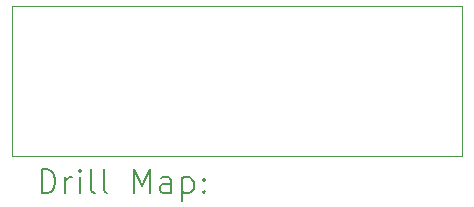
<source format=gbr>
%FSLAX45Y45*%
G04 Gerber Fmt 4.5, Leading zero omitted, Abs format (unit mm)*
G04 Created by KiCad (PCBNEW (6.0.6)) date 2022-08-25 08:17:08*
%MOMM*%
%LPD*%
G01*
G04 APERTURE LIST*
%TA.AperFunction,Profile*%
%ADD10C,0.100000*%
%TD*%
%ADD11C,0.200000*%
G04 APERTURE END LIST*
D10*
X2032000Y-2286000D02*
X5842000Y-2286000D01*
X5842000Y-2286000D02*
X5842000Y-3556000D01*
X5842000Y-3556000D02*
X2032000Y-3556000D01*
X2032000Y-3556000D02*
X2032000Y-2286000D01*
D11*
X2284619Y-3871476D02*
X2284619Y-3671476D01*
X2332238Y-3671476D01*
X2360810Y-3681000D01*
X2379857Y-3700048D01*
X2389381Y-3719095D01*
X2398905Y-3757190D01*
X2398905Y-3785762D01*
X2389381Y-3823857D01*
X2379857Y-3842905D01*
X2360810Y-3861952D01*
X2332238Y-3871476D01*
X2284619Y-3871476D01*
X2484619Y-3871476D02*
X2484619Y-3738143D01*
X2484619Y-3776238D02*
X2494143Y-3757190D01*
X2503667Y-3747667D01*
X2522714Y-3738143D01*
X2541762Y-3738143D01*
X2608429Y-3871476D02*
X2608429Y-3738143D01*
X2608429Y-3671476D02*
X2598905Y-3681000D01*
X2608429Y-3690524D01*
X2617952Y-3681000D01*
X2608429Y-3671476D01*
X2608429Y-3690524D01*
X2732238Y-3871476D02*
X2713190Y-3861952D01*
X2703667Y-3842905D01*
X2703667Y-3671476D01*
X2837000Y-3871476D02*
X2817952Y-3861952D01*
X2808428Y-3842905D01*
X2808428Y-3671476D01*
X3065571Y-3871476D02*
X3065571Y-3671476D01*
X3132238Y-3814333D01*
X3198905Y-3671476D01*
X3198905Y-3871476D01*
X3379857Y-3871476D02*
X3379857Y-3766714D01*
X3370333Y-3747667D01*
X3351286Y-3738143D01*
X3313190Y-3738143D01*
X3294143Y-3747667D01*
X3379857Y-3861952D02*
X3360809Y-3871476D01*
X3313190Y-3871476D01*
X3294143Y-3861952D01*
X3284619Y-3842905D01*
X3284619Y-3823857D01*
X3294143Y-3804809D01*
X3313190Y-3795286D01*
X3360809Y-3795286D01*
X3379857Y-3785762D01*
X3475095Y-3738143D02*
X3475095Y-3938143D01*
X3475095Y-3747667D02*
X3494143Y-3738143D01*
X3532238Y-3738143D01*
X3551286Y-3747667D01*
X3560809Y-3757190D01*
X3570333Y-3776238D01*
X3570333Y-3833381D01*
X3560809Y-3852428D01*
X3551286Y-3861952D01*
X3532238Y-3871476D01*
X3494143Y-3871476D01*
X3475095Y-3861952D01*
X3656048Y-3852428D02*
X3665571Y-3861952D01*
X3656048Y-3871476D01*
X3646524Y-3861952D01*
X3656048Y-3852428D01*
X3656048Y-3871476D01*
X3656048Y-3747667D02*
X3665571Y-3757190D01*
X3656048Y-3766714D01*
X3646524Y-3757190D01*
X3656048Y-3747667D01*
X3656048Y-3766714D01*
M02*

</source>
